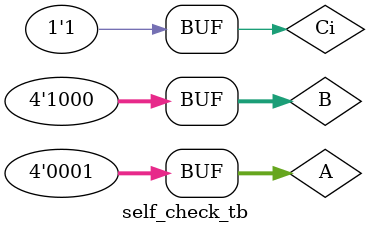
<source format=v>
module self_check_tb ();
reg [3:0] A, B;
reg Ci;
wire [3:0]S;
wire PG, GG, Co;
CLA4 test (.A(A), .B(B), .Ci(Ci), .S(S), .Co(Co), .PG(PG), .GG(GG));
initial begin
A = 4'b0001;

B = 4'b1010;
Ci = 1;
#10;
if ((S !== 4'b1100) && (Co!=0)) $display("sum failed.");
A = 4'b0011;
B = 4'b1001;
Ci = 1;
#10;
if ((S !== 4'b1101) && (Co!=0)) $display("sum failed.");
A = 4'b0111;
B = 4'b0010;
Ci = 0;
#10;
if ((S !== 4'b1001) && (Co!=0)) $display("sum failed.");
A = 4'b0001;
B = 4'b1000;
Ci = 1;
#10;
if ((S !== 4'b1010) && (Co!=0)) $display("sum failed.");
end
endmodule
</source>
